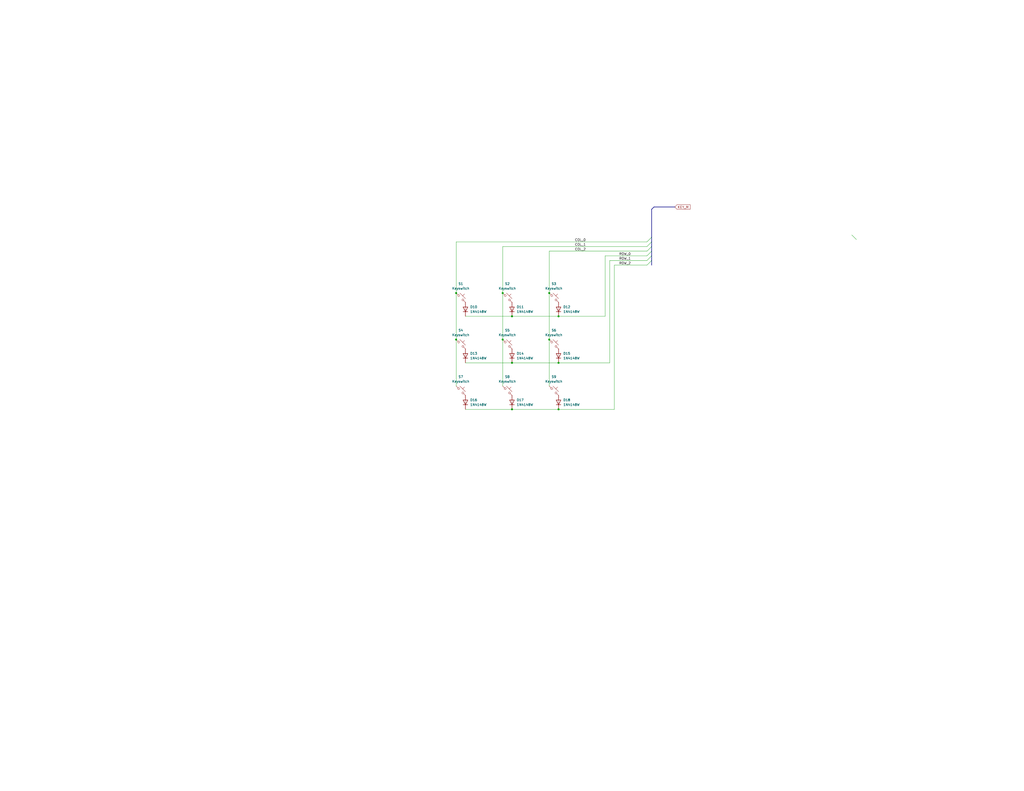
<source format=kicad_sch>
(kicad_sch (version 20231120) (generator "eeschema") (generator_version "8.0")
  (paper "C")
  (lib_symbols
    (symbol "Diode:1N4148W" (pin_numbers hide) (pin_names hide)
      (property "Reference" "D" (at 0 2.54 0))
      (property "Value" "1N4148W" (at 0 -2.54 0))
      (symbol "1N4148W_0_1"
        (polyline (pts (xy -1.27 1.27) (xy -1.27 -1.27)) (stroke (width 0.254)))
        (polyline (pts (xy 1.27 0) (xy -1.27 0)))
        (polyline (pts (xy 1.27 1.27) (xy 1.27 -1.27) (xy -1.27 0) (xy 1.27 1.27)) (stroke (width 0.254)))
      )
      (symbol "1N4148W_1_1"
        (pin passive line (at -3.81 0 0) (length 2.54) (name "K") (number "1"))
        (pin passive line (at 3.81 0 180) (length 2.54) (name "A") (number "2"))
      )
    )
    (symbol "ScottoKeebs:Placeholder_Keyswitch" (pin_numbers hide) (pin_names (offset 1.016) hide)
      (property "Reference" "S" (at 3.048 1.016 0))
      (property "Value" "Keyswitch" (at 0 -3.81 0))
      (symbol "Placeholder_Keyswitch_0_1"
        (circle (center -1.1684 1.1684) (radius 0.508))
        (polyline (pts (xy -0.508 2.54) (xy 2.54 -0.508)))
        (polyline (pts (xy 1.016 1.016) (xy 2.032 2.032)))
        (polyline (pts (xy -2.54 2.54) (xy -1.524 1.524) (xy -1.524 1.524)))
        (polyline (pts (xy 1.524 -1.524) (xy 2.54 -2.54) (xy 2.54 -2.54) (xy 2.54 -2.54)))
        (circle (center 1.143 -1.1938) (radius 0.508))
        (pin passive line (at -2.54 2.54 0) (length 0) (name "1") (number "1"))
        (pin passive line (at 2.54 -2.54 180) (length 0) (name "2") (number "2"))
      )
    )
  )
  (junction (at 248.92 160.02))
  (junction (at 279.4 172.72))
  (junction (at 274.32 185.42))
  (junction (at 248.92 185.42))
  (junction (at 299.72 185.42))
  (junction (at 304.8 223.52))
  (junction (at 304.8 172.72))
  (junction (at 299.72 160.02))
  (junction (at 274.32 160.02))
  (junction (at 279.4 223.52))
  (junction (at 279.4 198.12))
  (junction (at 304.8 198.12))
  (bus_entry (at 464.82 128.27) (size 2.54 2.54))
  (bus_entry (at 353.06 139.7) (size 2.54 -2.54))
  (bus_entry (at 353.06 144.78) (size 2.54 -2.54))
  (bus_entry (at 353.06 137.16) (size 2.54 -2.54))
  (bus_entry (at 353.06 142.24) (size 2.54 -2.54))
  (bus_entry (at 353.06 132.08) (size 2.54 -2.54))
  (bus_entry (at 353.06 134.62) (size 2.54 -2.54))
  (wire (pts (xy 304.8 198.12) (xy 332.74 198.12)))
  (wire (pts (xy 304.8 172.72) (xy 330.2 172.72)))
  (wire (pts (xy 332.74 142.24) (xy 353.06 142.24)))
  (wire (pts (xy 299.72 185.42) (xy 299.72 210.82)))
  (wire (pts (xy 304.8 223.52) (xy 335.28 223.52)))
  (bus (pts (xy 355.6 139.7) (xy 355.6 142.24)))
  (wire (pts (xy 248.92 132.08) (xy 248.92 160.02)))
  (wire (pts (xy 332.74 198.12) (xy 332.74 142.24)))
  (wire (pts (xy 248.92 185.42) (xy 248.92 210.82)))
  (wire (pts (xy 335.28 144.78) (xy 353.06 144.78)))
  (wire (pts (xy 335.28 223.52) (xy 335.28 144.78)))
  (wire (pts (xy 254 198.12) (xy 279.4 198.12)))
  (wire (pts (xy 248.92 132.08) (xy 353.06 132.08)))
  (wire (pts (xy 279.4 223.52) (xy 304.8 223.52)))
  (wire (pts (xy 330.2 139.7) (xy 353.06 139.7)))
  (wire (pts (xy 254 172.72) (xy 279.4 172.72)))
  (wire (pts (xy 299.72 137.16) (xy 353.06 137.16)))
  (wire (pts (xy 248.92 160.02) (xy 248.92 185.42)))
  (wire (pts (xy 299.72 137.16) (xy 299.72 160.02)))
  (wire (pts (xy 274.32 160.02) (xy 274.32 185.42)))
  (bus (pts (xy 355.6 142.24) (xy 355.6 144.78)))
  (bus (pts (xy 355.6 114.3) (xy 355.6 129.54)))
  (bus (pts (xy 355.6 114.3) (xy 356.87 113.03)))
  (bus (pts (xy 355.6 134.62) (xy 355.6 137.16)))
  (wire (pts (xy 279.4 198.12) (xy 304.8 198.12)))
  (wire (pts (xy 274.32 185.42) (xy 274.32 210.82)))
  (bus (pts (xy 356.87 113.03) (xy 368.3 113.03)))
  (wire (pts (xy 299.72 160.02) (xy 299.72 185.42)))
  (bus (pts (xy 355.6 137.16) (xy 355.6 139.7)))
  (wire (pts (xy 254 223.52) (xy 279.4 223.52)))
  (bus (pts (xy 355.6 132.08) (xy 355.6 134.62)))
  (wire (pts (xy 279.4 172.72) (xy 304.8 172.72)))
  (wire (pts (xy 274.32 134.62) (xy 274.32 160.02)))
  (bus (pts (xy 355.6 129.54) (xy 355.6 132.08)))
  (wire (pts (xy 274.32 134.62) (xy 353.06 134.62)))
  (wire (pts (xy 330.2 139.7) (xy 330.2 172.72)))
  (label "COL_1" (at 313.69 134.62 0))
  (label "COL_0" (at 313.69 132.08 0))
  (label "ROW_1" (at 337.82 142.24 0))
  (label "ROW_0" (at 337.82 139.7 0))
  (label "ROW_2" (at 337.82 144.78 0))
  (label "COL_2" (at 313.69 137.16 0))
  (global_label "KEY_M" (shape input) (at 368.3 113.03 0) (property "Intersheetrefs" "${INTERSHEET_REFS}" (effects (hide yes))))
  (symbol (lib_id "ScottoKeebs:Placeholder_Keyswitch") (at 276.86 162.56 0) (unit 1)
    (property "Reference" "S2" (at 276.86 154.94 0))
    (property "Value" "Keyswitch" (at 276.86 157.48 0))
    (property "Description" "Push button switch, normally open, two pins, 45° tilted" (effects (hide yes)))
  )
  (symbol (lib_id "Diode:1N4148W") (at 254 219.71 90) (unit 1)
    (property "Reference" "D16" (at 256.54 218.4399 90) (effects (justify right)))
    (property "Value" "1N4148W" (at 256.54 220.9799 90) (effects (justify right)))
    (property "Footprint" "Diode_SMD:D_SOD-123" (effects (hide yes)))
    (property "Datasheet" "https://www.vishay.com/docs/85748/1n4148w.pdf" (effects (hide yes)))
    (property "Description" "75V 0.15A Fast Switching Diode, SOD-123" (effects (hide yes)))
    (property "Sim.Device" "D" (effects (hide yes)))
    (property "Sim.Pins" "1=K 2=A" (effects (hide yes)))
  )
  (symbol (lib_id "Diode:1N4148W") (at 279.4 219.71 90) (unit 1)
    (property "Reference" "D17" (at 281.94 218.4399 90) (effects (justify right)))
    (property "Value" "1N4148W" (at 281.94 220.9799 90) (effects (justify right)))
    (property "Footprint" "Diode_SMD:D_SOD-123" (effects (hide yes)))
    (property "Datasheet" "https://www.vishay.com/docs/85748/1n4148w.pdf" (effects (hide yes)))
    (property "Description" "75V 0.15A Fast Switching Diode, SOD-123" (effects (hide yes)))
    (property "Sim.Device" "D" (effects (hide yes)))
    (property "Sim.Pins" "1=K 2=A" (effects (hide yes)))
  )
  (symbol (lib_id "Diode:1N4148W") (at 254 194.31 90) (unit 1)
    (property "Reference" "D13" (at 256.54 193.0399 90) (effects (justify right)))
    (property "Value" "1N4148W" (at 256.54 195.5799 90) (effects (justify right)))
    (property "Footprint" "Diode_SMD:D_SOD-123" (effects (hide yes)))
    (property "Datasheet" "https://www.vishay.com/docs/85748/1n4148w.pdf" (effects (hide yes)))
    (property "Description" "75V 0.15A Fast Switching Diode, SOD-123" (effects (hide yes)))
    (property "Sim.Device" "D" (effects (hide yes)))
    (property "Sim.Pins" "1=K 2=A" (effects (hide yes)))
  )
  (symbol (lib_id "ScottoKeebs:Placeholder_Keyswitch") (at 276.86 213.36 0) (unit 1)
    (property "Reference" "S8" (at 276.86 205.74 0))
    (property "Value" "Keyswitch" (at 276.86 208.28 0))
    (property "Description" "Push button switch, normally open, two pins, 45° tilted" (effects (hide yes)))
  )
  (symbol (lib_id "Diode:1N4148W") (at 304.8 194.31 90) (unit 1)
    (property "Reference" "D15" (at 307.34 193.0399 90) (effects (justify right)))
    (property "Value" "1N4148W" (at 307.34 195.5799 90) (effects (justify right)))
    (property "Footprint" "Diode_SMD:D_SOD-123" (effects (hide yes)))
    (property "Datasheet" "https://www.vishay.com/docs/85748/1n4148w.pdf" (effects (hide yes)))
    (property "Description" "75V 0.15A Fast Switching Diode, SOD-123" (effects (hide yes)))
    (property "Sim.Device" "D" (effects (hide yes)))
    (property "Sim.Pins" "1=K 2=A" (effects (hide yes)))
  )
  (symbol (lib_id "ScottoKeebs:Placeholder_Keyswitch") (at 302.26 213.36 0) (unit 1)
    (property "Reference" "S9" (at 302.26 205.74 0))
    (property "Value" "Keyswitch" (at 302.26 208.28 0))
    (property "Description" "Push button switch, normally open, two pins, 45° tilted" (effects (hide yes)))
  )
  (symbol (lib_id "Diode:1N4148W") (at 304.8 168.91 90) (unit 1)
    (property "Reference" "D12" (at 307.34 167.6399 90) (effects (justify right)))
    (property "Value" "1N4148W" (at 307.34 170.1799 90) (effects (justify right)))
    (property "Footprint" "Diode_SMD:D_SOD-123" (effects (hide yes)))
    (property "Datasheet" "https://www.vishay.com/docs/85748/1n4148w.pdf" (effects (hide yes)))
    (property "Description" "75V 0.15A Fast Switching Diode, SOD-123" (effects (hide yes)))
    (property "Sim.Device" "D" (effects (hide yes)))
    (property "Sim.Pins" "1=K 2=A" (effects (hide yes)))
  )
  (symbol (lib_id "Diode:1N4148W") (at 279.4 194.31 90) (unit 1)
    (property "Reference" "D14" (at 281.94 193.0399 90) (effects (justify right)))
    (property "Value" "1N4148W" (at 281.94 195.5799 90) (effects (justify right)))
    (property "Footprint" "Diode_SMD:D_SOD-123" (effects (hide yes)))
    (property "Datasheet" "https://www.vishay.com/docs/85748/1n4148w.pdf" (effects (hide yes)))
    (property "Description" "75V 0.15A Fast Switching Diode, SOD-123" (effects (hide yes)))
    (property "Sim.Device" "D" (effects (hide yes)))
    (property "Sim.Pins" "1=K 2=A" (effects (hide yes)))
  )
  (symbol (lib_id "ScottoKeebs:Placeholder_Keyswitch") (at 276.86 187.96 0) (unit 1)
    (property "Reference" "S5" (at 276.86 180.34 0))
    (property "Value" "Keyswitch" (at 276.86 182.88 0))
    (property "Description" "Push button switch, normally open, two pins, 45° tilted" (effects (hide yes)))
  )
  (symbol (lib_id "ScottoKeebs:Placeholder_Keyswitch") (at 251.46 162.56 0) (unit 1)
    (property "Reference" "S1" (at 251.46 154.94 0))
    (property "Value" "Keyswitch" (at 251.46 157.48 0))
    (property "Description" "Push button switch, normally open, two pins, 45° tilted" (effects (hide yes)))
  )
  (symbol (lib_id "Diode:1N4148W") (at 279.4 168.91 90) (unit 1)
    (property "Reference" "D11" (at 281.94 167.6399 90) (effects (justify right)))
    (property "Value" "1N4148W" (at 281.94 170.1799 90) (effects (justify right)))
    (property "Footprint" "Diode_SMD:D_SOD-123" (effects (hide yes)))
    (property "Datasheet" "https://www.vishay.com/docs/85748/1n4148w.pdf" (effects (hide yes)))
    (property "Description" "75V 0.15A Fast Switching Diode, SOD-123" (effects (hide yes)))
    (property "Sim.Device" "D" (effects (hide yes)))
    (property "Sim.Pins" "1=K 2=A" (effects (hide yes)))
  )
  (symbol (lib_id "Diode:1N4148W") (at 304.8 219.71 90) (unit 1)
    (property "Reference" "D18" (at 307.34 218.4399 90) (effects (justify right)))
    (property "Value" "1N4148W" (at 307.34 220.9799 90) (effects (justify right)))
    (property "Footprint" "Diode_SMD:D_SOD-123" (effects (hide yes)))
    (property "Datasheet" "https://www.vishay.com/docs/85748/1n4148w.pdf" (effects (hide yes)))
    (property "Description" "75V 0.15A Fast Switching Diode, SOD-123" (effects (hide yes)))
    (property "Sim.Device" "D" (effects (hide yes)))
    (property "Sim.Pins" "1=K 2=A" (effects (hide yes)))
  )
  (symbol (lib_id "ScottoKeebs:Placeholder_Keyswitch") (at 251.46 187.96 0) (unit 1)
    (property "Reference" "S4" (at 251.46 180.34 0))
    (property "Value" "Keyswitch" (at 251.46 182.88 0))
    (property "Description" "Push button switch, normally open, two pins, 45° tilted" (effects (hide yes)))
  )
  (symbol (lib_id "ScottoKeebs:Placeholder_Keyswitch") (at 251.46 213.36 0) (unit 1)
    (property "Reference" "S7" (at 251.46 205.74 0))
    (property "Value" "Keyswitch" (at 251.46 208.28 0))
    (property "Description" "Push button switch, normally open, two pins, 45° tilted" (effects (hide yes)))
  )
  (symbol (lib_id "Diode:1N4148W") (at 254 168.91 90) (unit 1)
    (property "Reference" "D10" (at 256.54 167.6399 90) (effects (justify right)))
    (property "Value" "1N4148W" (at 256.54 170.1799 90) (effects (justify right)))
    (property "Footprint" "Diode_SMD:D_SOD-123" (effects (hide yes)))
    (property "Datasheet" "https://www.vishay.com/docs/85748/1n4148w.pdf" (effects (hide yes)))
    (property "Description" "75V 0.15A Fast Switching Diode, SOD-123" (effects (hide yes)))
    (property "Sim.Device" "D" (effects (hide yes)))
    (property "Sim.Pins" "1=K 2=A" (effects (hide yes)))
  )
  (symbol (lib_id "ScottoKeebs:Placeholder_Keyswitch") (at 302.26 187.96 0) (unit 1)
    (property "Reference" "S6" (at 302.26 180.34 0))
    (property "Value" "Keyswitch" (at 302.26 182.88 0))
    (property "Description" "Push button switch, normally open, two pins, 45° tilted" (effects (hide yes)))
  )
  (symbol (lib_id "ScottoKeebs:Placeholder_Keyswitch") (at 302.26 162.56 0) (unit 1)
    (property "Reference" "S3" (at 302.26 154.94 0))
    (property "Value" "Keyswitch" (at 302.26 157.48 0))
    (property "Description" "Push button switch, normally open, two pins, 45° tilted" (effects (hide yes)))
  )
)
</source>
